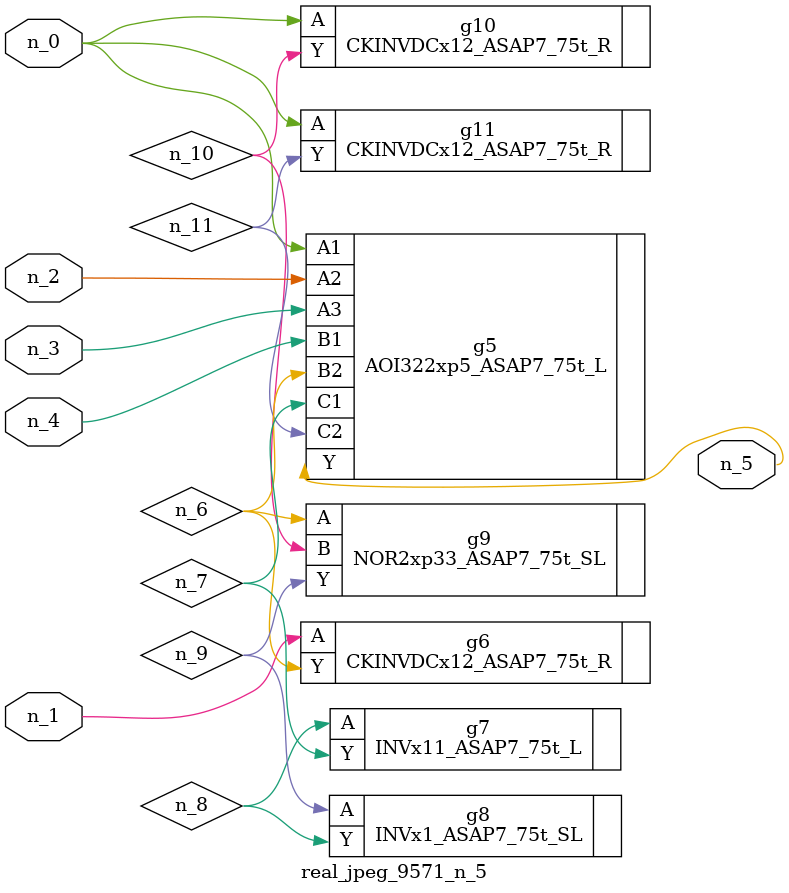
<source format=v>
module real_jpeg_9571_n_5 (n_4, n_0, n_1, n_2, n_3, n_5);

input n_4;
input n_0;
input n_1;
input n_2;
input n_3;

output n_5;

wire n_8;
wire n_11;
wire n_6;
wire n_7;
wire n_10;
wire n_9;

AOI322xp5_ASAP7_75t_L g5 ( 
.A1(n_0),
.A2(n_2),
.A3(n_3),
.B1(n_4),
.B2(n_6),
.C1(n_7),
.C2(n_11),
.Y(n_5)
);

CKINVDCx12_ASAP7_75t_R g10 ( 
.A(n_0),
.Y(n_10)
);

CKINVDCx12_ASAP7_75t_R g11 ( 
.A(n_0),
.Y(n_11)
);

CKINVDCx12_ASAP7_75t_R g6 ( 
.A(n_1),
.Y(n_6)
);

NOR2xp33_ASAP7_75t_SL g9 ( 
.A(n_6),
.B(n_10),
.Y(n_9)
);

INVx11_ASAP7_75t_L g7 ( 
.A(n_8),
.Y(n_7)
);

INVx1_ASAP7_75t_SL g8 ( 
.A(n_9),
.Y(n_8)
);


endmodule
</source>
